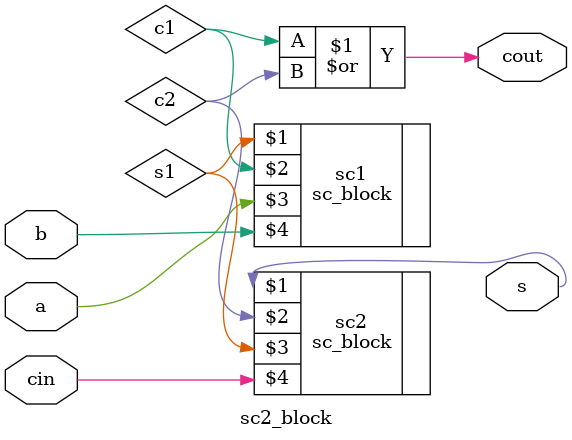
<source format=v>

module sc2_block(s, cout, a, b, cin);
	output s, cout;
	input a, b, cin;
	wire s1, c1, c2;
	sc_block sc1(s1, c1, a, b);
	sc_block sc2(s, c2, s1, cin);
	or o1(cout, c1, c2);

endmodule  

</source>
